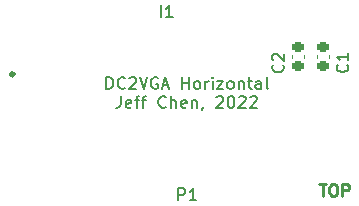
<source format=gbr>
G04 #@! TF.GenerationSoftware,KiCad,Pcbnew,(6.0.1-0)*
G04 #@! TF.CreationDate,2022-02-24T13:12:43-05:00*
G04 #@! TF.ProjectId,DC2VGA_Horizontal,44433256-4741-45f4-986f-72697a6f6e74,1*
G04 #@! TF.SameCoordinates,Original*
G04 #@! TF.FileFunction,Legend,Top*
G04 #@! TF.FilePolarity,Positive*
%FSLAX46Y46*%
G04 Gerber Fmt 4.6, Leading zero omitted, Abs format (unit mm)*
G04 Created by KiCad (PCBNEW (6.0.1-0)) date 2022-02-24 13:12:43*
%MOMM*%
%LPD*%
G01*
G04 APERTURE LIST*
G04 Aperture macros list*
%AMRoundRect*
0 Rectangle with rounded corners*
0 $1 Rounding radius*
0 $2 $3 $4 $5 $6 $7 $8 $9 X,Y pos of 4 corners*
0 Add a 4 corners polygon primitive as box body*
4,1,4,$2,$3,$4,$5,$6,$7,$8,$9,$2,$3,0*
0 Add four circle primitives for the rounded corners*
1,1,$1+$1,$2,$3*
1,1,$1+$1,$4,$5*
1,1,$1+$1,$6,$7*
1,1,$1+$1,$8,$9*
0 Add four rect primitives between the rounded corners*
20,1,$1+$1,$2,$3,$4,$5,0*
20,1,$1+$1,$4,$5,$6,$7,0*
20,1,$1+$1,$6,$7,$8,$9,0*
20,1,$1+$1,$8,$9,$2,$3,0*%
G04 Aperture macros list end*
%ADD10C,0.250000*%
%ADD11C,0.150000*%
%ADD12C,0.350000*%
%ADD13C,0.120000*%
%ADD14R,1.700000X1.700000*%
%ADD15C,1.700000*%
%ADD16C,4.066000*%
%ADD17O,1.508000X3.016000*%
%ADD18R,1.524000X1.524000*%
%ADD19RoundRect,0.381000X-0.381000X-0.381000X0.381000X-0.381000X0.381000X0.381000X-0.381000X0.381000X0*%
%ADD20RoundRect,0.225000X-0.250000X0.225000X-0.250000X-0.225000X0.250000X-0.225000X0.250000X0.225000X0*%
G04 APERTURE END LIST*
D10*
X153365476Y-112602380D02*
X153936904Y-112602380D01*
X153651190Y-113602380D02*
X153651190Y-112602380D01*
X154460714Y-112602380D02*
X154651190Y-112602380D01*
X154746428Y-112650000D01*
X154841666Y-112745238D01*
X154889285Y-112935714D01*
X154889285Y-113269047D01*
X154841666Y-113459523D01*
X154746428Y-113554761D01*
X154651190Y-113602380D01*
X154460714Y-113602380D01*
X154365476Y-113554761D01*
X154270238Y-113459523D01*
X154222619Y-113269047D01*
X154222619Y-112935714D01*
X154270238Y-112745238D01*
X154365476Y-112650000D01*
X154460714Y-112602380D01*
X155317857Y-113602380D02*
X155317857Y-112602380D01*
X155698809Y-112602380D01*
X155794047Y-112650000D01*
X155841666Y-112697619D01*
X155889285Y-112792857D01*
X155889285Y-112935714D01*
X155841666Y-113030952D01*
X155794047Y-113078571D01*
X155698809Y-113126190D01*
X155317857Y-113126190D01*
D11*
X135340476Y-104522380D02*
X135340476Y-103522380D01*
X135578571Y-103522380D01*
X135721428Y-103570000D01*
X135816666Y-103665238D01*
X135864285Y-103760476D01*
X135911904Y-103950952D01*
X135911904Y-104093809D01*
X135864285Y-104284285D01*
X135816666Y-104379523D01*
X135721428Y-104474761D01*
X135578571Y-104522380D01*
X135340476Y-104522380D01*
X136911904Y-104427142D02*
X136864285Y-104474761D01*
X136721428Y-104522380D01*
X136626190Y-104522380D01*
X136483333Y-104474761D01*
X136388095Y-104379523D01*
X136340476Y-104284285D01*
X136292857Y-104093809D01*
X136292857Y-103950952D01*
X136340476Y-103760476D01*
X136388095Y-103665238D01*
X136483333Y-103570000D01*
X136626190Y-103522380D01*
X136721428Y-103522380D01*
X136864285Y-103570000D01*
X136911904Y-103617619D01*
X137292857Y-103617619D02*
X137340476Y-103570000D01*
X137435714Y-103522380D01*
X137673809Y-103522380D01*
X137769047Y-103570000D01*
X137816666Y-103617619D01*
X137864285Y-103712857D01*
X137864285Y-103808095D01*
X137816666Y-103950952D01*
X137245238Y-104522380D01*
X137864285Y-104522380D01*
X138150000Y-103522380D02*
X138483333Y-104522380D01*
X138816666Y-103522380D01*
X139673809Y-103570000D02*
X139578571Y-103522380D01*
X139435714Y-103522380D01*
X139292857Y-103570000D01*
X139197619Y-103665238D01*
X139150000Y-103760476D01*
X139102380Y-103950952D01*
X139102380Y-104093809D01*
X139150000Y-104284285D01*
X139197619Y-104379523D01*
X139292857Y-104474761D01*
X139435714Y-104522380D01*
X139530952Y-104522380D01*
X139673809Y-104474761D01*
X139721428Y-104427142D01*
X139721428Y-104093809D01*
X139530952Y-104093809D01*
X140102380Y-104236666D02*
X140578571Y-104236666D01*
X140007142Y-104522380D02*
X140340476Y-103522380D01*
X140673809Y-104522380D01*
X141769047Y-104522380D02*
X141769047Y-103522380D01*
X141769047Y-103998571D02*
X142340476Y-103998571D01*
X142340476Y-104522380D02*
X142340476Y-103522380D01*
X142959523Y-104522380D02*
X142864285Y-104474761D01*
X142816666Y-104427142D01*
X142769047Y-104331904D01*
X142769047Y-104046190D01*
X142816666Y-103950952D01*
X142864285Y-103903333D01*
X142959523Y-103855714D01*
X143102380Y-103855714D01*
X143197619Y-103903333D01*
X143245238Y-103950952D01*
X143292857Y-104046190D01*
X143292857Y-104331904D01*
X143245238Y-104427142D01*
X143197619Y-104474761D01*
X143102380Y-104522380D01*
X142959523Y-104522380D01*
X143721428Y-104522380D02*
X143721428Y-103855714D01*
X143721428Y-104046190D02*
X143769047Y-103950952D01*
X143816666Y-103903333D01*
X143911904Y-103855714D01*
X144007142Y-103855714D01*
X144340476Y-104522380D02*
X144340476Y-103855714D01*
X144340476Y-103522380D02*
X144292857Y-103570000D01*
X144340476Y-103617619D01*
X144388095Y-103570000D01*
X144340476Y-103522380D01*
X144340476Y-103617619D01*
X144721428Y-103855714D02*
X145245238Y-103855714D01*
X144721428Y-104522380D01*
X145245238Y-104522380D01*
X145769047Y-104522380D02*
X145673809Y-104474761D01*
X145626190Y-104427142D01*
X145578571Y-104331904D01*
X145578571Y-104046190D01*
X145626190Y-103950952D01*
X145673809Y-103903333D01*
X145769047Y-103855714D01*
X145911904Y-103855714D01*
X146007142Y-103903333D01*
X146054761Y-103950952D01*
X146102380Y-104046190D01*
X146102380Y-104331904D01*
X146054761Y-104427142D01*
X146007142Y-104474761D01*
X145911904Y-104522380D01*
X145769047Y-104522380D01*
X146530952Y-103855714D02*
X146530952Y-104522380D01*
X146530952Y-103950952D02*
X146578571Y-103903333D01*
X146673809Y-103855714D01*
X146816666Y-103855714D01*
X146911904Y-103903333D01*
X146959523Y-103998571D01*
X146959523Y-104522380D01*
X147292857Y-103855714D02*
X147673809Y-103855714D01*
X147435714Y-103522380D02*
X147435714Y-104379523D01*
X147483333Y-104474761D01*
X147578571Y-104522380D01*
X147673809Y-104522380D01*
X148435714Y-104522380D02*
X148435714Y-103998571D01*
X148388095Y-103903333D01*
X148292857Y-103855714D01*
X148102380Y-103855714D01*
X148007142Y-103903333D01*
X148435714Y-104474761D02*
X148340476Y-104522380D01*
X148102380Y-104522380D01*
X148007142Y-104474761D01*
X147959523Y-104379523D01*
X147959523Y-104284285D01*
X148007142Y-104189047D01*
X148102380Y-104141428D01*
X148340476Y-104141428D01*
X148435714Y-104093809D01*
X149054761Y-104522380D02*
X148959523Y-104474761D01*
X148911904Y-104379523D01*
X148911904Y-103522380D01*
X136554761Y-105132380D02*
X136554761Y-105846666D01*
X136507142Y-105989523D01*
X136411904Y-106084761D01*
X136269047Y-106132380D01*
X136173809Y-106132380D01*
X137411904Y-106084761D02*
X137316666Y-106132380D01*
X137126190Y-106132380D01*
X137030952Y-106084761D01*
X136983333Y-105989523D01*
X136983333Y-105608571D01*
X137030952Y-105513333D01*
X137126190Y-105465714D01*
X137316666Y-105465714D01*
X137411904Y-105513333D01*
X137459523Y-105608571D01*
X137459523Y-105703809D01*
X136983333Y-105799047D01*
X137745238Y-105465714D02*
X138126190Y-105465714D01*
X137888095Y-106132380D02*
X137888095Y-105275238D01*
X137935714Y-105180000D01*
X138030952Y-105132380D01*
X138126190Y-105132380D01*
X138316666Y-105465714D02*
X138697619Y-105465714D01*
X138459523Y-106132380D02*
X138459523Y-105275238D01*
X138507142Y-105180000D01*
X138602380Y-105132380D01*
X138697619Y-105132380D01*
X140364285Y-106037142D02*
X140316666Y-106084761D01*
X140173809Y-106132380D01*
X140078571Y-106132380D01*
X139935714Y-106084761D01*
X139840476Y-105989523D01*
X139792857Y-105894285D01*
X139745238Y-105703809D01*
X139745238Y-105560952D01*
X139792857Y-105370476D01*
X139840476Y-105275238D01*
X139935714Y-105180000D01*
X140078571Y-105132380D01*
X140173809Y-105132380D01*
X140316666Y-105180000D01*
X140364285Y-105227619D01*
X140792857Y-106132380D02*
X140792857Y-105132380D01*
X141221428Y-106132380D02*
X141221428Y-105608571D01*
X141173809Y-105513333D01*
X141078571Y-105465714D01*
X140935714Y-105465714D01*
X140840476Y-105513333D01*
X140792857Y-105560952D01*
X142078571Y-106084761D02*
X141983333Y-106132380D01*
X141792857Y-106132380D01*
X141697619Y-106084761D01*
X141650000Y-105989523D01*
X141650000Y-105608571D01*
X141697619Y-105513333D01*
X141792857Y-105465714D01*
X141983333Y-105465714D01*
X142078571Y-105513333D01*
X142126190Y-105608571D01*
X142126190Y-105703809D01*
X141650000Y-105799047D01*
X142554761Y-105465714D02*
X142554761Y-106132380D01*
X142554761Y-105560952D02*
X142602380Y-105513333D01*
X142697619Y-105465714D01*
X142840476Y-105465714D01*
X142935714Y-105513333D01*
X142983333Y-105608571D01*
X142983333Y-106132380D01*
X143507142Y-106084761D02*
X143507142Y-106132380D01*
X143459523Y-106227619D01*
X143411904Y-106275238D01*
X144650000Y-105227619D02*
X144697619Y-105180000D01*
X144792857Y-105132380D01*
X145030952Y-105132380D01*
X145126190Y-105180000D01*
X145173809Y-105227619D01*
X145221428Y-105322857D01*
X145221428Y-105418095D01*
X145173809Y-105560952D01*
X144602380Y-106132380D01*
X145221428Y-106132380D01*
X145840476Y-105132380D02*
X145935714Y-105132380D01*
X146030952Y-105180000D01*
X146078571Y-105227619D01*
X146126190Y-105322857D01*
X146173809Y-105513333D01*
X146173809Y-105751428D01*
X146126190Y-105941904D01*
X146078571Y-106037142D01*
X146030952Y-106084761D01*
X145935714Y-106132380D01*
X145840476Y-106132380D01*
X145745238Y-106084761D01*
X145697619Y-106037142D01*
X145650000Y-105941904D01*
X145602380Y-105751428D01*
X145602380Y-105513333D01*
X145650000Y-105322857D01*
X145697619Y-105227619D01*
X145745238Y-105180000D01*
X145840476Y-105132380D01*
X146554761Y-105227619D02*
X146602380Y-105180000D01*
X146697619Y-105132380D01*
X146935714Y-105132380D01*
X147030952Y-105180000D01*
X147078571Y-105227619D01*
X147126190Y-105322857D01*
X147126190Y-105418095D01*
X147078571Y-105560952D01*
X146507142Y-106132380D01*
X147126190Y-106132380D01*
X147507142Y-105227619D02*
X147554761Y-105180000D01*
X147650000Y-105132380D01*
X147888095Y-105132380D01*
X147983333Y-105180000D01*
X148030952Y-105227619D01*
X148078571Y-105322857D01*
X148078571Y-105418095D01*
X148030952Y-105560952D01*
X147459523Y-106132380D01*
X148078571Y-106132380D01*
X141436904Y-113952380D02*
X141436904Y-112952380D01*
X141817857Y-112952380D01*
X141913095Y-113000000D01*
X141960714Y-113047619D01*
X142008333Y-113142857D01*
X142008333Y-113285714D01*
X141960714Y-113380952D01*
X141913095Y-113428571D01*
X141817857Y-113476190D01*
X141436904Y-113476190D01*
X142960714Y-113952380D02*
X142389285Y-113952380D01*
X142675000Y-113952380D02*
X142675000Y-112952380D01*
X142579761Y-113095238D01*
X142484523Y-113190476D01*
X142389285Y-113238095D01*
X139948809Y-98452380D02*
X139948809Y-97452380D01*
X140948809Y-98452380D02*
X140377380Y-98452380D01*
X140663095Y-98452380D02*
X140663095Y-97452380D01*
X140567857Y-97595238D01*
X140472619Y-97690476D01*
X140377380Y-97738095D01*
X155732142Y-102466666D02*
X155779761Y-102514285D01*
X155827380Y-102657142D01*
X155827380Y-102752380D01*
X155779761Y-102895238D01*
X155684523Y-102990476D01*
X155589285Y-103038095D01*
X155398809Y-103085714D01*
X155255952Y-103085714D01*
X155065476Y-103038095D01*
X154970238Y-102990476D01*
X154875000Y-102895238D01*
X154827380Y-102752380D01*
X154827380Y-102657142D01*
X154875000Y-102514285D01*
X154922619Y-102466666D01*
X155827380Y-101514285D02*
X155827380Y-102085714D01*
X155827380Y-101800000D02*
X154827380Y-101800000D01*
X154970238Y-101895238D01*
X155065476Y-101990476D01*
X155113095Y-102085714D01*
X150282142Y-102491666D02*
X150329761Y-102539285D01*
X150377380Y-102682142D01*
X150377380Y-102777380D01*
X150329761Y-102920238D01*
X150234523Y-103015476D01*
X150139285Y-103063095D01*
X149948809Y-103110714D01*
X149805952Y-103110714D01*
X149615476Y-103063095D01*
X149520238Y-103015476D01*
X149425000Y-102920238D01*
X149377380Y-102777380D01*
X149377380Y-102682142D01*
X149425000Y-102539285D01*
X149472619Y-102491666D01*
X149472619Y-102110714D02*
X149425000Y-102063095D01*
X149377380Y-101967857D01*
X149377380Y-101729761D01*
X149425000Y-101634523D01*
X149472619Y-101586904D01*
X149567857Y-101539285D01*
X149663095Y-101539285D01*
X149805952Y-101586904D01*
X150377380Y-102158333D01*
X150377380Y-101539285D01*
D12*
X127530000Y-103280000D02*
G75*
G03*
X127530000Y-103280000I-150000J0D01*
G01*
D13*
X154210000Y-101634420D02*
X154210000Y-101915580D01*
X153190000Y-101634420D02*
X153190000Y-101915580D01*
X151040000Y-101634420D02*
X151040000Y-101915580D01*
X152060000Y-101634420D02*
X152060000Y-101915580D01*
%LPC*%
D14*
X146725000Y-107595000D03*
D15*
X144435000Y-107595000D03*
X142145000Y-107595000D03*
X139855000Y-107595000D03*
X137565000Y-107595000D03*
X147870000Y-109575000D03*
X145580000Y-109575000D03*
X143290000Y-109575000D03*
X141000000Y-109575000D03*
X138710000Y-109575000D03*
X146725000Y-111555000D03*
X144435000Y-111555000D03*
X142145000Y-111555000D03*
X139855000Y-111555000D03*
X137565000Y-111555000D03*
D16*
X129650000Y-109575000D03*
X154640000Y-109575000D03*
D17*
X127950000Y-101350000D03*
X130350000Y-99350000D03*
X135850000Y-99350000D03*
X139550000Y-101350000D03*
X134050000Y-101350000D03*
D18*
X154487181Y-96168903D03*
D19*
X151947181Y-96168903D03*
X149407181Y-96168903D03*
X134167181Y-96168903D03*
X131627181Y-96168903D03*
X141787181Y-96168903D03*
X139247181Y-96168903D03*
X129087181Y-96168903D03*
X136707181Y-96168903D03*
X146867181Y-96168903D03*
X144327181Y-96168903D03*
D20*
X153700000Y-101000000D03*
X153700000Y-102550000D03*
X151550000Y-101000000D03*
X151550000Y-102550000D03*
M02*

</source>
